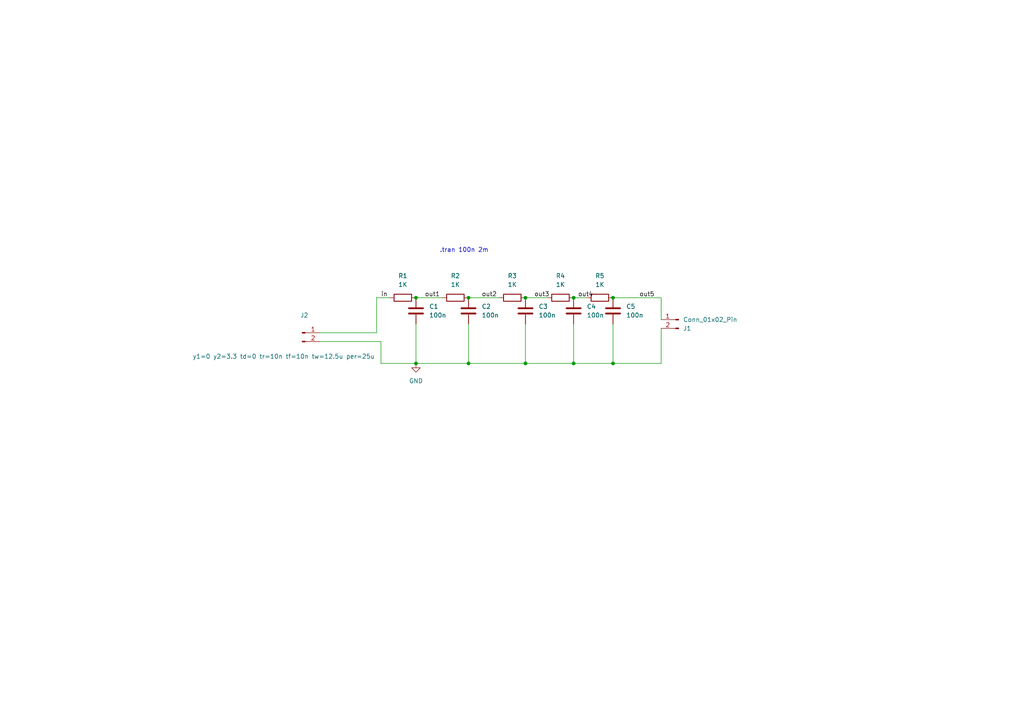
<source format=kicad_sch>
(kicad_sch (version 20250114) (generator "eeschema") (generator_version "9.0")
  (paper "A4")
  (lib_symbols
    (symbol "Connector:Conn_01x02_Pin" (pin_names (offset 1.016) (hide yes))
      (property "Reference" "J" (at 0 2.54 0))
      (property "Value" "Conn_01x02_Pin" (at 0 -5.08 0))
      (symbol "Conn_01x02_Pin_1_1"
        (rectangle (start 0.8636 0.127) (end 0 -0.127) (stroke (width 0.1524)) (fill (type outline)))
        (rectangle (start 0.8636 -2.413) (end 0 -2.667) (stroke (width 0.1524)) (fill (type outline)))
        (polyline (pts (xy 1.27 0) (xy 0.8636 0)) (stroke (width 0.1524)))
        (polyline (pts (xy 1.27 -2.54) (xy 0.8636 -2.54)) (stroke (width 0.1524)))
        (pin passive line (at 5.08 0 180) (length 3.81) (name "Pin_1") (number "1"))
        (pin passive line (at 5.08 -2.54 180) (length 3.81) (name "Pin_2") (number "2"))
      )
    )
    (symbol "Device:C" (pin_numbers (hide yes)) (pin_names (offset 0.254))
      (property "Reference" "C" (at 0.635 2.54 0))
      (property "Value" "C" (at 0.635 -2.54 0))
      (symbol "C_0_1"
        (polyline (pts (xy -2.032 0.762) (xy 2.032 0.762)) (stroke (width 0.508)))
        (polyline (pts (xy -2.032 -0.762) (xy 2.032 -0.762)) (stroke (width 0.508)))
      )
      (symbol "C_1_1"
        (pin passive line (at 0 3.81 270) (length 2.794) (name "~") (number "1"))
        (pin passive line (at 0 -3.81 90) (length 2.794) (name "~") (number "2"))
      )
    )
    (symbol "Device:R" (pin_numbers (hide yes)) (pin_names (offset 0))
      (property "Reference" "R" (at 2.032 0 90))
      (property "Value" "R" (at 0 0 90))
      (symbol "R_0_1"
        (rectangle (start -1.016 -2.54) (end 1.016 2.54) (stroke (width 0.254)))
      )
      (symbol "R_1_1"
        (pin passive line (at 0 3.81 270) (length 1.27) (name "~") (number "1"))
        (pin passive line (at 0 -3.81 90) (length 1.27) (name "~") (number "2"))
      )
    )
    (symbol "power:GND" (power) (pin_numbers (hide yes)) (pin_names (offset 0) (hide yes))
      (property "Value" "GND" (at 0 -3.81 0))
      (symbol "GND_0_1"
        (polyline (pts (xy 0 0) (xy 0 -1.27) (xy 1.27 -1.27) (xy 0 -2.54) (xy -1.27 -1.27) (xy 0 -1.27)))
      )
      (symbol "GND_1_1"
        (pin power_in line (at 0 0 270) (length 0) (name "~") (number "1"))
      )
    )
  )
  (text ".tran 100n 2m" (at 134.62 72.644 0) (effects (font (size 1.27 1.27))))
  (junction (at 135.89 86.36))
  (junction (at 152.4 86.36))
  (junction (at 120.65 86.36))
  (junction (at 166.37 86.36))
  (junction (at 152.4 105.41))
  (junction (at 177.8 86.36))
  (junction (at 120.65 105.41))
  (junction (at 166.37 105.41))
  (junction (at 177.8 105.41))
  (junction (at 135.89 105.41))
  (wire (pts (xy 177.8 93.98) (xy 177.8 105.41)))
  (wire (pts (xy 92.71 99.06) (xy 110.49 99.06)))
  (wire (pts (xy 120.65 86.36) (xy 128.27 86.36)))
  (wire (pts (xy 177.8 105.41) (xy 191.77 105.41)))
  (wire (pts (xy 166.37 86.36) (xy 170.18 86.36)))
  (wire (pts (xy 110.49 99.06) (xy 110.49 105.41)))
  (wire (pts (xy 191.77 105.41) (xy 191.77 95.25)))
  (wire (pts (xy 152.4 86.36) (xy 158.75 86.36)))
  (wire (pts (xy 109.22 96.52) (xy 109.22 86.36)))
  (wire (pts (xy 92.71 96.52) (xy 109.22 96.52)))
  (wire (pts (xy 135.89 93.98) (xy 135.89 105.41)))
  (wire (pts (xy 120.65 105.41) (xy 135.89 105.41)))
  (wire (pts (xy 191.77 86.36) (xy 191.77 92.71)))
  (wire (pts (xy 110.49 105.41) (xy 120.65 105.41)))
  (wire (pts (xy 152.4 93.98) (xy 152.4 105.41)))
  (wire (pts (xy 120.65 93.98) (xy 120.65 105.41)))
  (wire (pts (xy 152.4 105.41) (xy 166.37 105.41)))
  (wire (pts (xy 166.37 93.98) (xy 166.37 105.41)))
  (wire (pts (xy 177.8 86.36) (xy 191.77 86.36)))
  (wire (pts (xy 135.89 105.41) (xy 152.4 105.41)))
  (wire (pts (xy 166.37 105.41) (xy 177.8 105.41)))
  (wire (pts (xy 135.89 86.36) (xy 144.78 86.36)))
  (wire (pts (xy 109.22 86.36) (xy 113.03 86.36)))
  (label "out4" (at 167.64 86.36 0))
  (label "out3" (at 154.94 86.36 0))
  (label "out5" (at 185.42 86.36 0))
  (label "in" (at 110.49 86.36 0))
  (label "out2" (at 139.7 86.36 0))
  (label "out1" (at 123.19 86.36 0))
  (symbol (lib_id "Device:R") (at 148.59 86.36 90) (unit 1)
    (property "Reference" "R3" (at 148.59 80.01 90))
    (property "Value" "1K" (at 148.59 82.55 90))
    (property "Description" "Resistor" (effects (hide yes)))
    (property "Sim.Device" "R" (effects (hide yes)))
    (property "Sim.Pins" "1=+ 2=-" (effects (hide yes)))
  )
  (symbol (lib_id "Device:R") (at 116.84 86.36 90) (unit 1)
    (property "Reference" "R1" (at 116.84 80.01 90))
    (property "Value" "1K" (at 116.84 82.55 90))
    (property "Description" "Resistor" (effects (hide yes)))
    (property "Sim.Device" "R" (effects (hide yes)))
    (property "Sim.Pins" "1=+ 2=-" (effects (hide yes)))
  )
  (symbol (lib_id "power:GND") (at 120.65 105.41 0) (unit 1)
    (property "Reference" "#PWR01" (effects (hide yes)))
    (property "Value" "GND" (at 120.65 110.49 0))
    (property "Description" "Power symbol creates a global label with name \"GND\" , ground" (effects (hide yes)))
  )
  (symbol (lib_id "Connector:Conn_01x02_Pin") (at 196.85 92.71 0) (mirror y) (unit 1) (exclude_from_sim yes)
    (property "Reference" "J1" (at 198.12 95.2501 0) (effects (justify right)))
    (property "Value" "Conn_01x02_Pin" (at 198.12 92.7101 0) (effects (justify right)))
    (property "Description" "Generic connector, single row, 01x02, script generated" (effects (hide yes)))
  )
  (symbol (lib_id "Device:R") (at 132.08 86.36 90) (unit 1)
    (property "Reference" "R2" (at 132.08 80.01 90))
    (property "Value" "1K" (at 132.08 82.55 90))
    (property "Description" "Resistor" (effects (hide yes)))
    (property "Sim.Device" "R" (effects (hide yes)))
    (property "Sim.Pins" "1=+ 2=-" (effects (hide yes)))
  )
  (symbol (lib_id "Device:C") (at 177.8 90.17 0) (unit 1)
    (property "Reference" "C5" (at 181.61 88.8999 0) (effects (justify left)))
    (property "Value" "100n" (at 181.61 91.4399 0) (effects (justify left)))
    (property "Description" "Unpolarized capacitor" (effects (hide yes)))
    (property "Sim.Device" "C" (effects (hide yes)))
    (property "Sim.Pins" "1=+ 2=-" (effects (hide yes)))
  )
  (symbol (lib_id "Device:C") (at 166.37 90.17 0) (unit 1)
    (property "Reference" "C4" (at 170.18 88.8999 0) (effects (justify left)))
    (property "Value" "100n" (at 170.18 91.4399 0) (effects (justify left)))
    (property "Description" "Unpolarized capacitor" (effects (hide yes)))
    (property "Sim.Device" "C" (effects (hide yes)))
    (property "Sim.Pins" "1=+ 2=-" (effects (hide yes)))
  )
  (symbol (lib_id "Device:C") (at 120.65 90.17 0) (unit 1)
    (property "Reference" "C1" (at 124.46 88.8999 0) (effects (justify left)))
    (property "Value" "100n" (at 124.46 91.4399 0) (effects (justify left)))
    (property "Description" "Unpolarized capacitor" (effects (hide yes)))
    (property "Sim.Device" "C" (effects (hide yes)))
    (property "Sim.Pins" "1=+ 2=-" (effects (hide yes)))
  )
  (symbol (lib_id "Device:R") (at 162.56 86.36 90) (unit 1)
    (property "Reference" "R4" (at 162.56 80.01 90))
    (property "Value" "1K" (at 162.56 82.55 90))
    (property "Description" "Resistor" (effects (hide yes)))
    (property "Sim.Device" "R" (effects (hide yes)))
    (property "Sim.Pins" "1=+ 2=-" (effects (hide yes)))
  )
  (symbol (lib_id "Device:C") (at 135.89 90.17 0) (unit 1)
    (property "Reference" "C2" (at 139.7 88.8999 0) (effects (justify left)))
    (property "Value" "100n" (at 139.7 91.4399 0) (effects (justify left)))
    (property "Description" "Unpolarized capacitor" (effects (hide yes)))
    (property "Sim.Device" "C" (effects (hide yes)))
    (property "Sim.Pins" "1=+ 2=-" (effects (hide yes)))
  )
  (symbol (lib_id "Device:R") (at 173.99 86.36 90) (unit 1)
    (property "Reference" "R5" (at 173.99 80.01 90))
    (property "Value" "1K" (at 173.99 82.55 90))
    (property "Description" "Resistor" (effects (hide yes)))
    (property "Sim.Device" "R" (effects (hide yes)))
    (property "Sim.Pins" "1=+ 2=-" (effects (hide yes)))
  )
  (symbol (lib_id "Connector:Conn_01x02_Pin") (at 87.63 96.52 0) (unit 1)
    (property "Reference" "J2" (at 88.265 91.44 0))
    (property "Value" "${SIM.PARAMS}" (at 82.296 103.378 0))
    (property "Description" "Generic connector, single row, 01x02, script generated" (effects (hide yes)))
    (property "Sim.Device" "V" (effects (hide yes)))
    (property "Sim.Type" "PULSE" (effects (hide yes)))
    (property "Sim.Pins" "1=+ 2=-" (effects (hide yes)))
    (property "Sim.Params" "y1=0 y2=3.3 td=0 tr=10n tf=10n tw=12.5u per=25u" (effects (hide yes)))
  )
  (symbol (lib_id "Device:C") (at 152.4 90.17 0) (unit 1)
    (property "Reference" "C3" (at 156.21 88.8999 0) (effects (justify left)))
    (property "Value" "100n" (at 156.21 91.4399 0) (effects (justify left)))
    (property "Description" "Unpolarized capacitor" (effects (hide yes)))
    (property "Sim.Device" "C" (effects (hide yes)))
    (property "Sim.Pins" "1=+ 2=-" (effects (hide yes)))
  )
)
</source>
